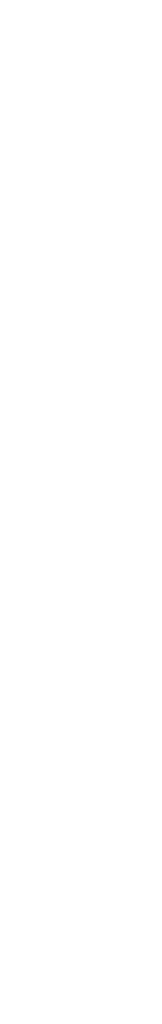
<source format=kicad_pcb>
(kicad_pcb (version 20171130) (host pcbnew "(5.0.1)-4")

  (general
    (thickness 1.6)
    (drawings 17)
    (tracks 0)
    (zones 0)
    (modules 0)
    (nets 1)
  )

  (page A4)
  (layers
    (0 F.Cu signal hide)
    (31 B.Cu signal hide)
    (32 B.Adhes user hide)
    (33 F.Adhes user hide)
    (34 B.Paste user hide)
    (35 F.Paste user hide)
    (36 B.SilkS user hide)
    (37 F.SilkS user hide)
    (38 B.Mask user hide)
    (39 F.Mask user hide)
    (40 Dwgs.User user hide)
    (41 Cmts.User user hide)
    (42 Eco1.User user hide)
    (43 Eco2.User user)
    (44 Edge.Cuts user hide)
    (45 Margin user hide)
    (46 B.CrtYd user hide)
    (47 F.CrtYd user hide)
    (48 B.Fab user hide)
    (49 F.Fab user hide)
  )

  (setup
    (last_trace_width 0.25)
    (trace_clearance 0.2)
    (zone_clearance 0.508)
    (zone_45_only no)
    (trace_min 0.2)
    (segment_width 0.2)
    (edge_width 0.2)
    (via_size 0.8)
    (via_drill 0.4)
    (via_min_size 0.4)
    (via_min_drill 0.3)
    (uvia_size 0.3)
    (uvia_drill 0.1)
    (uvias_allowed no)
    (uvia_min_size 0.2)
    (uvia_min_drill 0.1)
    (pcb_text_width 0.3)
    (pcb_text_size 1.5 1.5)
    (mod_edge_width 0.15)
    (mod_text_size 1 1)
    (mod_text_width 0.15)
    (pad_size 1.524 1.524)
    (pad_drill 0.762)
    (pad_to_mask_clearance 0.051)
    (solder_mask_min_width 0.25)
    (aux_axis_origin 0 0)
    (visible_elements 7FFFFFFF)
    (pcbplotparams
      (layerselection 0x010fc_ffffffff)
      (usegerberextensions false)
      (usegerberattributes false)
      (usegerberadvancedattributes false)
      (creategerberjobfile false)
      (excludeedgelayer true)
      (linewidth 0.100000)
      (plotframeref false)
      (viasonmask false)
      (mode 1)
      (useauxorigin false)
      (hpglpennumber 1)
      (hpglpenspeed 20)
      (hpglpendiameter 15.000000)
      (psnegative false)
      (psa4output false)
      (plotreference true)
      (plotvalue true)
      (plotinvisibletext false)
      (padsonsilk false)
      (subtractmaskfromsilk false)
      (outputformat 1)
      (mirror false)
      (drillshape 1)
      (scaleselection 1)
      (outputdirectory ""))
  )

  (net 0 "")

  (net_class Default "This is the default net class."
    (clearance 0.2)
    (trace_width 0.25)
    (via_dia 0.8)
    (via_drill 0.4)
    (uvia_dia 0.3)
    (uvia_drill 0.1)
  )

  (gr_circle (center 7.5 125.45) (end 9.1 125.5) (layer Eco2.User) (width 0.2) (tstamp 5CA27B9B))
  (gr_circle (center 7.5 3.000781) (end 9.1 3.050781) (layer Eco2.User) (width 0.2))
  (gr_circle (center 15.6 91.1) (end 19.1 91.1) (layer Eco2.User) (width 0.2) (tstamp 5C9D9D40))
  (gr_circle (center 4.9 91.1) (end 8.4 91.1) (layer Eco2.User) (width 0.2) (tstamp 5C9D9D3F))
  (gr_circle (center 15.6 108.1) (end 19.1 108.1) (layer Eco2.User) (width 0.2) (tstamp 5C9D9D23))
  (gr_circle (center 4.9 108.1) (end 8.4 108.1) (layer Eco2.User) (width 0.2))
  (gr_circle (center 15.6 99.3) (end 17.1 99.3) (layer Eco2.User) (width 0.2) (tstamp 5C9D9C7C))
  (gr_circle (center 4.9 99.3) (end 6.4 99.3) (layer Eco2.User) (width 0.2) (tstamp 5C9D9C7B))
  (gr_circle (center 15.6 82) (end 17.1 82) (layer Eco2.User) (width 0.2) (tstamp 5C9D9950))
  (gr_circle (center 4.9 82) (end 6.4 82) (layer Eco2.User) (width 0.2))
  (gr_circle (center 10.2 48.5) (end 18.3 48.5) (layer Eco2.User) (width 0.2) (tstamp 5C9D98A0))
  (gr_circle (center 10.2 22.6) (end 18.3 22.6) (layer Eco2.User) (width 0.2))
  (gr_line (start 0 128.5) (end 0 0) (layer Eco2.User) (width 0.2))
  (gr_line (start 20.2 128.5) (end 0 128.5) (layer Eco2.User) (width 0.2))
  (gr_line (start 20.2 0) (end 20.2 128.5) (layer Eco2.User) (width 0.2))
  (gr_line (start 0 0) (end 20.2 0) (layer Eco2.User) (width 0.2))
  (gr_line (start 0 128.5) (end 297 128.5) (layer Eco1.User) (width 0.2))

)

</source>
